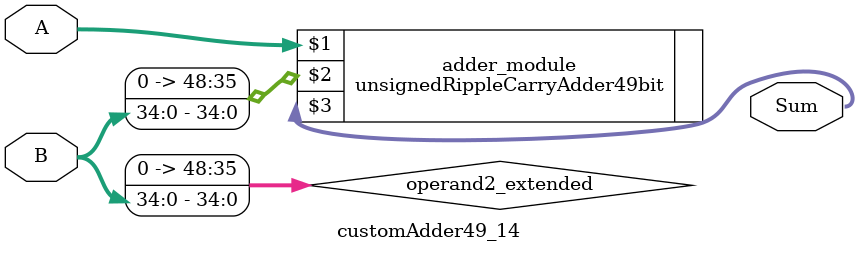
<source format=v>
module customAdder49_14(
                        input [48 : 0] A,
                        input [34 : 0] B,
                        
                        output [49 : 0] Sum
                );

        wire [48 : 0] operand2_extended;
        
        assign operand2_extended =  {14'b0, B};
        
        unsignedRippleCarryAdder49bit adder_module(
            A,
            operand2_extended,
            Sum
        );
        
        endmodule
        
</source>
